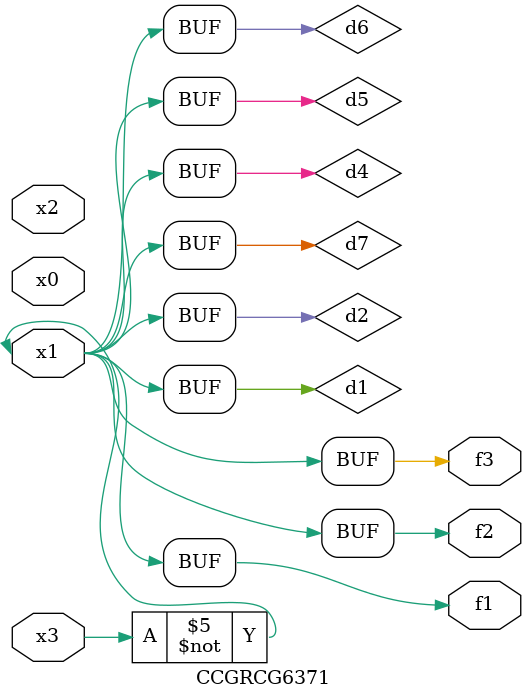
<source format=v>
module CCGRCG6371(
	input x0, x1, x2, x3,
	output f1, f2, f3
);

	wire d1, d2, d3, d4, d5, d6, d7;

	not (d1, x3);
	buf (d2, x1);
	xnor (d3, d1, d2);
	nor (d4, d1);
	buf (d5, d1, d2);
	buf (d6, d4, d5);
	nand (d7, d4);
	assign f1 = d6;
	assign f2 = d7;
	assign f3 = d6;
endmodule

</source>
